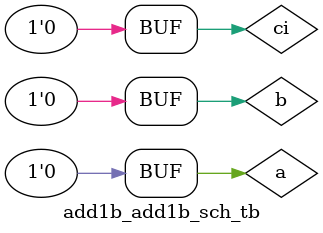
<source format=v>

`timescale 1ns / 1ps

module add1b_add1b_sch_tb();

// Inputs
   reg ci;
   reg b;
   reg a;

// Output
   wire r;
   wire co;

// Bidirs

// Instantiate the UUT
   add1b UUT (
		.ci(ci), 
		.b(b), 
		.a(a), 
		.r(r), 
		.co(co)
   );
// Initialize Inputs
   initial begin
  ci = 0;
  b = 0;
  a = 0;
  // Wait 100ns for the simulator to finish initializing
  #100;
  a = 1;
  #1;
  if ((r == 1) && (co == 0))
    $display("okay 1");
  else
    $display("fail 1");
  #100;
  a = 1;
  b = 1;
  #1;
  if ((r == 0) && (co == 1))
    $display("okay 1");
  else
    $display("fail 1");
  #100;
  a = 0;
  b = 1;
  #1;
  if ((r == 1) && (co == 0))
    $display("okay 1");
  else
    $display("fail 1");
  #100;
  a = 0;
  b = 0;
  #1;
  if ((r == 0) && (co == 0))
    $display("okay 1");
  else
    $display("fail 1");
end
endmodule

</source>
